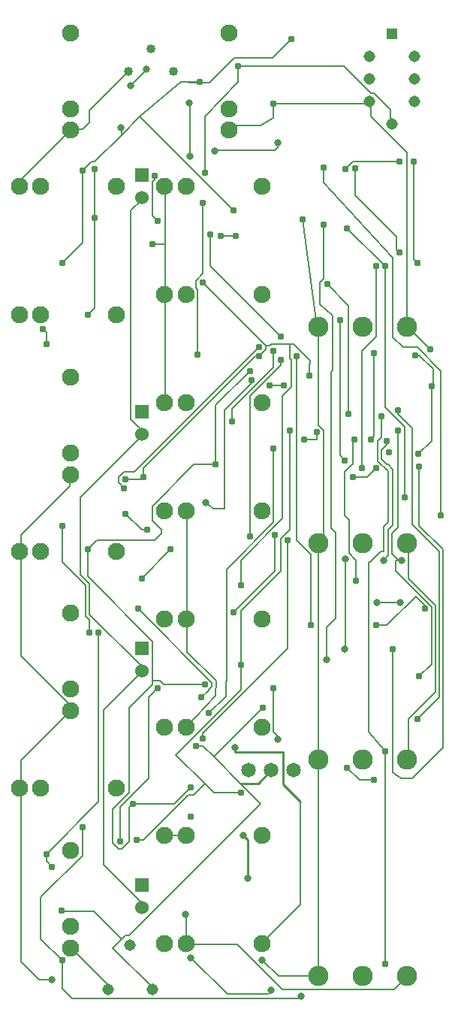
<source format=gbr>
G04 #@! TF.GenerationSoftware,KiCad,Pcbnew,(6.0.0-rc1-dev-1542-gf9f87b3ff-dirty)*
G04 #@! TF.CreationDate,2019-02-04T09:57:11-08:00
G04 #@! TF.ProjectId,qcd-23,7163642d-3233-42e6-9b69-6361645f7063,rev?*
G04 #@! TF.SameCoordinates,Original*
G04 #@! TF.FileFunction,Copper,L2,Bot*
G04 #@! TF.FilePolarity,Positive*
%FSLAX46Y46*%
G04 Gerber Fmt 4.6, Leading zero omitted, Abs format (unit mm)*
G04 Created by KiCad (PCBNEW (6.0.0-rc1-dev-1542-gf9f87b3ff-dirty)) date Monday, 04 February 2019 at 09:57:11*
%MOMM*%
%LPD*%
G04 APERTURE LIST*
%ADD10C,1.930400*%
%ADD11C,2.286000*%
%ADD12C,1.524000*%
%ADD13R,1.524000X1.524000*%
%ADD14R,1.308000X1.308000*%
%ADD15C,1.308000*%
%ADD16C,1.016000*%
%ADD17C,1.651000*%
%ADD18C,0.787400*%
%ADD19C,0.812800*%
%ADD20C,0.203200*%
%ADD21C,0.254000*%
G04 APERTURE END LIST*
D10*
X130746500Y-59778900D03*
X130746500Y-62191900D03*
X130746500Y-51219100D03*
X143751300Y-68491100D03*
X141338300Y-68491100D03*
X152311100Y-68491100D03*
X143751300Y-80683100D03*
X141338300Y-80683100D03*
X152311100Y-80683100D03*
X127393700Y-68567300D03*
X124980700Y-68567300D03*
X135953500Y-68567300D03*
D11*
X158664900Y-84366100D03*
X163664900Y-84366100D03*
X168664900Y-84366100D03*
D12*
X138772900Y-69837300D03*
D13*
X138772900Y-67297300D03*
D10*
X127393700Y-83045300D03*
X124980700Y-83045300D03*
X135953500Y-83045300D03*
X143751300Y-92875100D03*
X141338300Y-92875100D03*
X152311100Y-92875100D03*
X143751300Y-105067100D03*
X141338300Y-105067100D03*
X152311100Y-105067100D03*
X130746500Y-98590100D03*
X130746500Y-101003100D03*
X130746500Y-90030300D03*
D11*
X158664900Y-108750100D03*
X163664900Y-108750100D03*
X168664900Y-108750100D03*
D12*
X138772900Y-96507300D03*
D13*
X138772900Y-93967300D03*
D10*
X127393700Y-109715300D03*
X124980700Y-109715300D03*
X135953500Y-109715300D03*
X143751300Y-117259100D03*
X141338300Y-117259100D03*
X152311100Y-117259100D03*
X143751300Y-129451100D03*
X141338300Y-129451100D03*
X152311100Y-129451100D03*
X130746500Y-125209300D03*
X130746500Y-127622300D03*
X130746500Y-116649500D03*
D11*
X158664900Y-133134100D03*
X163664900Y-133134100D03*
X168664900Y-133134100D03*
D12*
X138772900Y-123126500D03*
D13*
X138772900Y-120586500D03*
D10*
X127393700Y-136385300D03*
X124980700Y-136385300D03*
X135953500Y-136385300D03*
X143751300Y-141643100D03*
X141338300Y-141643100D03*
X152311100Y-141643100D03*
X143751300Y-153835100D03*
X141338300Y-153835100D03*
X152311100Y-153835100D03*
X130746500Y-151930100D03*
X130746500Y-154343100D03*
X130746500Y-143370300D03*
D11*
X158664900Y-157518100D03*
X163664900Y-157518100D03*
X168664900Y-157518100D03*
D12*
X138772900Y-149847300D03*
D13*
X138772900Y-147307300D03*
D10*
X148602700Y-59804300D03*
X148602700Y-62217300D03*
X148602700Y-51244500D03*
D14*
X166992300Y-51371500D03*
D15*
X166992300Y-61531500D03*
X164452300Y-58991500D03*
X164452300Y-56451500D03*
X164452300Y-53911500D03*
X169532300Y-58991500D03*
X169532300Y-56451500D03*
X169532300Y-53911500D03*
D16*
X137299700Y-55562500D03*
X142379700Y-55562500D03*
X139839700Y-53022500D03*
D17*
X150837900Y-134327900D03*
X155917900Y-134327900D03*
X153377900Y-134327900D03*
D15*
X139952100Y-159002100D03*
X134952100Y-159002100D03*
X137452100Y-154002100D03*
D18*
X147713700Y-74079100D03*
X149339300Y-74079100D03*
X153606500Y-59194700D03*
X171284900Y-86880700D03*
D19*
X143725900Y-150583900D03*
X144106900Y-59169300D03*
X144183100Y-65163700D03*
X128663700Y-157899100D03*
D18*
X139941300Y-75069700D03*
X136944100Y-105422700D03*
X139357100Y-107251500D03*
X170675300Y-116141500D03*
X166611300Y-98463100D03*
X164985700Y-87287100D03*
X164579300Y-97040700D03*
X165188900Y-117970300D03*
X157873700Y-117970300D03*
X156248100Y-87693500D03*
X161734500Y-66560700D03*
X167830500Y-65747900D03*
X169456100Y-65747900D03*
X169862500Y-77127100D03*
X159296100Y-72859900D03*
D19*
X159600900Y-121881900D03*
D18*
X144284700Y-139560300D03*
X148932900Y-95008700D03*
X153606500Y-87083900D03*
X128003300Y-86271100D03*
X127596900Y-84645500D03*
X132067300Y-66763900D03*
X129832100Y-77127100D03*
X145300700Y-56781700D03*
X155638500Y-51930300D03*
X149136100Y-71234300D03*
X132880100Y-118783100D03*
X129832100Y-106794300D03*
D19*
X150253700Y-141693900D03*
X150761700Y-146494500D03*
X136385300Y-61963300D03*
D18*
X149948900Y-136867900D03*
X145681700Y-70421500D03*
X145072100Y-87490300D03*
X138163300Y-142151100D03*
X149948900Y-122440700D03*
X155435300Y-96024700D03*
X140195300Y-67373500D03*
X140601700Y-72453500D03*
X146494500Y-73977500D03*
X154419300Y-85458300D03*
X154419300Y-88099900D03*
X150964900Y-108013500D03*
X149644100Y-54978300D03*
X145884900Y-66967100D03*
X137756900Y-138087100D03*
X144259300Y-136258300D03*
X132676900Y-109435900D03*
X147104100Y-99885500D03*
X150964900Y-89319100D03*
X133489700Y-66560700D03*
X132676900Y-83019900D03*
X133489700Y-72047100D03*
X129832100Y-155765500D03*
X132067300Y-140728700D03*
X145884900Y-124675900D03*
D19*
X156781500Y-159778700D03*
D18*
X162064700Y-94145100D03*
X159702500Y-79565500D03*
X171462700Y-91071700D03*
X169608500Y-87566500D03*
X169964100Y-98691700D03*
X144868900Y-131584700D03*
X129730500Y-150152100D03*
X136944100Y-101511100D03*
X138976100Y-101307900D03*
X151980900Y-87693500D03*
X145681700Y-79362300D03*
X162547300Y-101307900D03*
X165188900Y-100291900D03*
X157695900Y-89903300D03*
X152387300Y-127317500D03*
X149948900Y-113499900D03*
X166408100Y-97243900D03*
D19*
X166027100Y-110655100D03*
D18*
X154825700Y-90944700D03*
X153200100Y-90944700D03*
X170065700Y-123761500D03*
X167627300Y-96024700D03*
D19*
X168084500Y-110655100D03*
D18*
X162953700Y-113017300D03*
X162750500Y-97040700D03*
X151168100Y-90335100D03*
D19*
X145986500Y-104178100D03*
D18*
X153606500Y-125082300D03*
D19*
X154114500Y-130822700D03*
X167957500Y-115404900D03*
X165265100Y-115430300D03*
D18*
X170065700Y-100088700D03*
X167093900Y-120688100D03*
D19*
X149288500Y-131813300D03*
D18*
X151980900Y-86677500D03*
X136740900Y-102527100D03*
X161937700Y-134023100D03*
X164985700Y-135445500D03*
X167627300Y-93789500D03*
X169862500Y-128536700D03*
X153809700Y-107810300D03*
X149136100Y-116547900D03*
X138772900Y-112687100D03*
X142024100Y-109435900D03*
X166230300Y-132168900D03*
X166204900Y-156197300D03*
X165798500Y-94399100D03*
X128003300Y-143776700D03*
X128612900Y-145199100D03*
X158483300Y-96227900D03*
X133896100Y-118783100D03*
X157060900Y-97040700D03*
X153606500Y-98056700D03*
X138366500Y-116141500D03*
X146316700Y-127850900D03*
X145503900Y-126098300D03*
X145681700Y-130771900D03*
X155232100Y-108419900D03*
X161124900Y-83629500D03*
X161683700Y-99428300D03*
X136334500Y-142354300D03*
X140601700Y-125082300D03*
D19*
X161734500Y-110553500D03*
X161632900Y-120688100D03*
D18*
X168440100Y-103543100D03*
X166204900Y-77533500D03*
X161937700Y-73266300D03*
X163563300Y-100291900D03*
X165188900Y-77533500D03*
X162852100Y-66484500D03*
X167805100Y-75958700D03*
X172504100Y-105575100D03*
X159270700Y-66408300D03*
D19*
X137553700Y-57188100D03*
X139306300Y-55283100D03*
X147027900Y-64579500D03*
X154139900Y-63588900D03*
D18*
X156908500Y-72250300D03*
D19*
X152361900Y-155714700D03*
X144335500Y-155486100D03*
X153377900Y-159118300D03*
D20*
X149339300Y-74079100D02*
X147713700Y-74079100D01*
X134912100Y-158407100D02*
X134912100Y-158813500D01*
X130848100Y-154343100D02*
X134912100Y-158407100D01*
X134912100Y-158813500D02*
X134952100Y-159002100D01*
X130848100Y-154343100D02*
X130746500Y-154343100D01*
X135115300Y-159016700D02*
X134952100Y-159002100D01*
X168846500Y-112687100D02*
X168846500Y-108826300D01*
X171894500Y-115735100D02*
X168846500Y-112687100D01*
X171894500Y-125488700D02*
X171894500Y-115735100D01*
X168846500Y-128536700D02*
X171894500Y-125488700D01*
X168846500Y-133007100D02*
X168846500Y-128536700D01*
X168846500Y-108826300D02*
X168664900Y-108750100D01*
X168846500Y-133007100D02*
X168664900Y-133134100D01*
X168643300Y-64731900D02*
X168643300Y-84239100D01*
X164579300Y-60667900D02*
X168643300Y-64731900D01*
X164579300Y-59042300D02*
X164579300Y-59245500D01*
X168643300Y-84239100D02*
X168664900Y-84366100D01*
X164579300Y-59042300D02*
X164452300Y-58991500D01*
X164579300Y-59245500D02*
X153606500Y-59194700D01*
X164579300Y-59245500D02*
X164452300Y-58991500D01*
X168846500Y-84442300D02*
X171284900Y-86880700D01*
X168846500Y-84442300D02*
X168664900Y-84366100D01*
X125158500Y-133210300D02*
X125158500Y-136258300D01*
X130746500Y-127622300D02*
X125158500Y-133210300D01*
X125158500Y-136258300D02*
X124980700Y-136385300D01*
X125158500Y-107810300D02*
X125158500Y-109639100D01*
X130644900Y-102323900D02*
X125158500Y-107810300D01*
X130644900Y-101104700D02*
X130644900Y-102323900D01*
X125158500Y-109639100D02*
X124980700Y-109715300D01*
X130644900Y-101104700D02*
X130746500Y-101003100D01*
X130644900Y-126911100D02*
X130644900Y-127520700D01*
X125158500Y-121424700D02*
X130644900Y-126911100D01*
X125158500Y-109842300D02*
X125158500Y-121424700D01*
X130644900Y-127520700D02*
X130746500Y-127622300D01*
X125158500Y-109842300D02*
X124980700Y-109715300D01*
X125158500Y-67779900D02*
X125158500Y-68389500D01*
X130746500Y-62191900D02*
X125158500Y-67779900D01*
X125158500Y-68389500D02*
X124980700Y-68567300D01*
X141414500Y-80784700D02*
X141414500Y-92773500D01*
X141414500Y-92773500D02*
X141338300Y-92875100D01*
X141414500Y-80784700D02*
X141338300Y-80683100D01*
X141414500Y-80581500D02*
X141414500Y-75069700D01*
X141414500Y-75069700D02*
X141414500Y-68592700D01*
X141414500Y-68592700D02*
X141338300Y-68491100D01*
X141414500Y-80581500D02*
X141338300Y-80683100D01*
X130848100Y-62090300D02*
X132143500Y-62090300D01*
X130848100Y-62090300D02*
X130746500Y-62191900D01*
X125158500Y-136461500D02*
X125158500Y-155867100D01*
X130644900Y-154343100D02*
X130746500Y-154343100D01*
X125158500Y-136461500D02*
X124980700Y-136385300D01*
X141338300Y-141643100D02*
X143751300Y-141643100D01*
X143725900Y-150583900D02*
X143751300Y-150609300D01*
X143751300Y-150609300D02*
X143751300Y-153835100D01*
X143852900Y-105168700D02*
X143852900Y-117157500D01*
X143852900Y-117157500D02*
X143751300Y-117259100D01*
X143852900Y-105168700D02*
X143751300Y-105067100D01*
X143852900Y-121018300D02*
X143852900Y-117360700D01*
X147154900Y-124269500D02*
X143852900Y-121018300D01*
X147129500Y-125895100D02*
X147154900Y-124269500D01*
X143751300Y-129451100D02*
X147129500Y-125895100D01*
X143852900Y-117360700D02*
X143751300Y-117259100D01*
X149542500Y-153936700D02*
X143852900Y-153936700D01*
X154622500Y-159016700D02*
X149542500Y-153936700D01*
X167220900Y-159016700D02*
X154622500Y-159016700D01*
X168643300Y-157594300D02*
X167220900Y-159016700D01*
X143852900Y-153936700D02*
X143751300Y-153835100D01*
X168643300Y-157594300D02*
X168664900Y-157518100D01*
X137299700Y-55562500D02*
X132905500Y-59956700D01*
X132905500Y-59956700D02*
X132905500Y-61328300D01*
X132905500Y-61328300D02*
X132143500Y-62090300D01*
X164579300Y-59245500D02*
X164579300Y-60667900D01*
X144106900Y-59169300D02*
X144183100Y-59245500D01*
X144183100Y-59245500D02*
X144183100Y-65163700D01*
X148602700Y-62217300D02*
X149136100Y-61683900D01*
X149136100Y-61683900D02*
X152209500Y-61683900D01*
X152209500Y-61683900D02*
X153581100Y-60845700D01*
X153581100Y-60845700D02*
X153606500Y-59194700D01*
X125158500Y-155867100D02*
X127190500Y-157899100D01*
X127190500Y-157899100D02*
X128663700Y-157899100D01*
X139941300Y-75069700D02*
X141414500Y-75069700D01*
X136944100Y-105422700D02*
X138772900Y-107251500D01*
X138772900Y-107251500D02*
X139357100Y-107251500D01*
X170675300Y-115735100D02*
X170675300Y-116141500D01*
X169659300Y-114719100D02*
X170675300Y-115735100D01*
X164985700Y-96634300D02*
X164985700Y-87287100D01*
X164579300Y-97040700D02*
X164985700Y-96634300D01*
X166408100Y-117970300D02*
X169659300Y-114719100D01*
X165188900Y-117970300D02*
X166408100Y-117970300D01*
X157873700Y-110045500D02*
X157873700Y-117970300D01*
X156248100Y-108419900D02*
X157873700Y-110045500D01*
X156248100Y-87693500D02*
X156248100Y-108419900D01*
X162547300Y-65747900D02*
X161734500Y-66560700D01*
X167830500Y-65747900D02*
X162547300Y-65747900D01*
X169456100Y-76720700D02*
X169456100Y-65747900D01*
X169862500Y-77127100D02*
X169456100Y-76720700D01*
X159296100Y-78955900D02*
X159296100Y-72859900D01*
X158889700Y-79362300D02*
X159296100Y-78955900D01*
X158889700Y-81800700D02*
X158889700Y-79362300D01*
X160261300Y-83096100D02*
X158889700Y-81800700D01*
X160261300Y-83096100D02*
X160312100Y-83146900D01*
X160312100Y-83146900D02*
X160312100Y-89293700D01*
X160312100Y-89293700D02*
X160134300Y-89471500D01*
X160134300Y-89471500D02*
X160134300Y-107073700D01*
X160134300Y-107073700D02*
X160642300Y-107581700D01*
X160642300Y-107581700D02*
X160642300Y-117233700D01*
X160642300Y-117233700D02*
X159600900Y-118249700D01*
X159600900Y-118249700D02*
X159600900Y-121881900D01*
X148932900Y-93586300D02*
X148932900Y-95008700D01*
X153606500Y-88912700D02*
X148932900Y-93586300D01*
X153606500Y-87083900D02*
X153606500Y-88912700D01*
X128003300Y-85051900D02*
X128003300Y-86271100D01*
X127596900Y-84645500D02*
X128003300Y-85051900D01*
X132067300Y-74891900D02*
X132067300Y-66763900D01*
X129832100Y-77127100D02*
X132067300Y-74891900D01*
X143167100Y-56756300D02*
X145300700Y-56781700D01*
X133489700Y-65747900D02*
X136563100Y-62674500D01*
X136563100Y-62674500D02*
X138569700Y-60667900D01*
X138569700Y-60667900D02*
X143167100Y-56756300D01*
X133083300Y-65747900D02*
X133489700Y-65747900D01*
X132067300Y-66763900D02*
X133083300Y-65747900D01*
X138569700Y-60667900D02*
X149136100Y-71234300D01*
X132880100Y-117360700D02*
X132880100Y-118783100D01*
X132473700Y-116954300D02*
X132880100Y-117360700D01*
X132473700Y-113499900D02*
X132473700Y-116954300D01*
X129832100Y-110858300D02*
X132473700Y-113499900D01*
X129832100Y-106794300D02*
X129832100Y-110858300D01*
D21*
X150253700Y-141693900D02*
X150761700Y-142201900D01*
X150761700Y-142201900D02*
X150761700Y-146494500D01*
D20*
X155638500Y-51930300D02*
X153504900Y-54063900D01*
X153504900Y-54063900D02*
X149186900Y-54063900D01*
X149186900Y-54063900D02*
X146443700Y-56807100D01*
X146443700Y-56807100D02*
X144157700Y-56807100D01*
X144157700Y-56807100D02*
X145046700Y-56832500D01*
X145046700Y-56832500D02*
X145300700Y-56781700D01*
X136385300Y-61963300D02*
X136537700Y-62674500D01*
X136537700Y-62674500D02*
X136563100Y-62674500D01*
X146900900Y-136867900D02*
X149948900Y-136867900D01*
X142633700Y-132600700D02*
X145884900Y-135851900D01*
X145884900Y-135851900D02*
X146900900Y-136867900D01*
X145681700Y-78346300D02*
X145681700Y-70421500D01*
X144868900Y-79159100D02*
X145681700Y-78346300D01*
X144868900Y-79971900D02*
X144868900Y-79159100D01*
X145072100Y-80175100D02*
X144868900Y-79971900D01*
X145072100Y-87490300D02*
X145072100Y-80175100D01*
X138976100Y-142151100D02*
X138163300Y-142151100D01*
X144056100Y-137071100D02*
X138976100Y-142151100D01*
X144665700Y-137071100D02*
X144056100Y-137071100D01*
X145884900Y-135851900D02*
X144665700Y-137071100D01*
X149948900Y-125285500D02*
X149948900Y-122440700D01*
X142633700Y-132600700D02*
X149948900Y-125285500D01*
X149948900Y-116344700D02*
X149948900Y-122440700D01*
X154419300Y-111874300D02*
X149948900Y-116344700D01*
X154419300Y-108216700D02*
X154419300Y-111874300D01*
X155435300Y-107200700D02*
X154419300Y-108216700D01*
X155435300Y-96024700D02*
X155435300Y-107200700D01*
X140195300Y-67779900D02*
X140195300Y-67373500D01*
X139992100Y-67983100D02*
X140195300Y-67779900D01*
X139992100Y-71843900D02*
X139992100Y-67983100D01*
X140601700Y-72453500D02*
X139992100Y-71843900D01*
X146494500Y-77533500D02*
X146494500Y-73977500D01*
X154419300Y-85458300D02*
X146494500Y-77533500D01*
X154419300Y-88709500D02*
X154419300Y-88099900D01*
X150964900Y-92163900D02*
X154419300Y-88709500D01*
X150964900Y-108013500D02*
X150964900Y-92163900D01*
X138772900Y-149263100D02*
X138772900Y-149847300D01*
X134505700Y-144995900D02*
X138772900Y-149263100D01*
X134505700Y-127520700D02*
X134505700Y-144995900D01*
X138772900Y-123253500D02*
X134505700Y-127520700D01*
X138772900Y-123253500D02*
X138772900Y-123126500D01*
X161531300Y-54978300D02*
X149644100Y-54978300D01*
X164579300Y-58026300D02*
X161531300Y-54978300D01*
X164985700Y-58026300D02*
X164579300Y-58026300D01*
X166814500Y-59855100D02*
X164985700Y-58026300D01*
X166814500Y-61480700D02*
X166814500Y-59855100D01*
X166814500Y-61480700D02*
X166992300Y-61531500D01*
X138772900Y-96024700D02*
X138772900Y-96507300D01*
X137553700Y-94805500D02*
X138772900Y-96024700D01*
X137553700Y-71234300D02*
X137553700Y-94805500D01*
X138772900Y-70015100D02*
X137553700Y-71234300D01*
X138772900Y-70015100D02*
X138772900Y-69837300D01*
X149644100Y-56781700D02*
X149644100Y-54978300D01*
X145884900Y-60667900D02*
X149644100Y-56781700D01*
X145884900Y-66967100D02*
X145884900Y-60667900D01*
X138772900Y-122643900D02*
X138772900Y-123126500D01*
X132880100Y-116751100D02*
X138772900Y-122643900D01*
X132880100Y-113296700D02*
X132880100Y-116751100D01*
X131864100Y-112280700D02*
X132880100Y-113296700D01*
X131864100Y-103543100D02*
X131864100Y-112280700D01*
X138772900Y-96634300D02*
X131864100Y-103543100D01*
X138772900Y-96634300D02*
X138772900Y-96507300D01*
X142430500Y-138087100D02*
X137756900Y-138087100D01*
X144259300Y-136258300D02*
X142430500Y-138087100D01*
X132676900Y-112483900D02*
X132676900Y-109435900D01*
X139992100Y-119799100D02*
X132676900Y-112483900D01*
X139992100Y-124675900D02*
X139992100Y-124269500D01*
X139992100Y-124269500D02*
X139992100Y-119799100D01*
X137350500Y-127317500D02*
X139992100Y-124675900D01*
X137350500Y-136867900D02*
X137350500Y-127317500D01*
X135521700Y-138696700D02*
X137350500Y-136867900D01*
X135521700Y-142557500D02*
X135521700Y-138696700D01*
X136131300Y-143167100D02*
X135521700Y-142557500D01*
X136537700Y-143167100D02*
X136131300Y-143167100D01*
X137350500Y-142354300D02*
X136537700Y-143167100D01*
X137350500Y-138493500D02*
X137350500Y-142354300D01*
X137756900Y-138087100D02*
X137350500Y-138493500D01*
X144665700Y-99885500D02*
X147104100Y-99885500D01*
X139992100Y-104559100D02*
X144665700Y-99885500D01*
X139992100Y-106184700D02*
X139992100Y-104559100D01*
X141008100Y-107200700D02*
X139992100Y-106184700D01*
X141008100Y-107607100D02*
X141008100Y-107200700D01*
X140195300Y-108419900D02*
X141008100Y-107607100D01*
X133692900Y-108419900D02*
X140195300Y-108419900D01*
X132676900Y-109435900D02*
X133692900Y-108419900D01*
X147104100Y-93179900D02*
X150964900Y-89319100D01*
X147104100Y-99885500D02*
X147104100Y-93179900D01*
X133489700Y-82207100D02*
X133489700Y-72047100D01*
X133489700Y-72047100D02*
X133489700Y-66560700D01*
X132676900Y-83019900D02*
X133489700Y-82207100D01*
X127393700Y-153327100D02*
X129832100Y-155765500D01*
X127393700Y-148653500D02*
X127393700Y-153327100D01*
X132067300Y-143979900D02*
X127393700Y-148653500D01*
X132067300Y-140728700D02*
X132067300Y-143979900D01*
X141211300Y-124675900D02*
X145884900Y-124675900D01*
X140804900Y-124269500D02*
X141211300Y-124675900D01*
X139992100Y-124269500D02*
X140804900Y-124269500D01*
X156781500Y-159778700D02*
X156502100Y-160058100D01*
X156502100Y-160058100D02*
X130898900Y-160058100D01*
X130898900Y-160058100D02*
X129832100Y-158991300D01*
X129832100Y-158991300D02*
X129832100Y-155765500D01*
X162039300Y-81953100D02*
X162064700Y-94145100D01*
X159702500Y-79565500D02*
X162039300Y-81953100D01*
X171462700Y-91071700D02*
X171640500Y-90893900D01*
X171640500Y-90893900D02*
X171640500Y-89141300D01*
X171640500Y-89141300D02*
X170065700Y-87566500D01*
X170065700Y-87566500D02*
X169608500Y-87566500D01*
X169964100Y-98691700D02*
X171462700Y-97193100D01*
X171462700Y-97193100D02*
X171462700Y-91071700D01*
X145681700Y-131584700D02*
X144868900Y-131584700D01*
X152184100Y-138087100D02*
X149923500Y-135826500D01*
X149923500Y-135826500D02*
X146900900Y-132803900D01*
X146900900Y-132803900D02*
X145681700Y-131584700D01*
X139992100Y-158813500D02*
X135521700Y-154343100D01*
X139992100Y-158813500D02*
X139952100Y-159002100D01*
X137350500Y-152920700D02*
X152184100Y-138087100D01*
X136944100Y-152920700D02*
X137350500Y-152920700D01*
X135521700Y-154343100D02*
X136613900Y-153250900D01*
X136613900Y-153250900D02*
X136944100Y-152920700D01*
X138772900Y-101511100D02*
X136944100Y-101511100D01*
X138976100Y-101307900D02*
X138772900Y-101511100D01*
X151574500Y-87693500D02*
X151980900Y-87693500D01*
X138976100Y-100291900D02*
X151574500Y-87693500D01*
X138976100Y-101307900D02*
X138976100Y-100291900D01*
X152793700Y-86474300D02*
X145681700Y-79362300D01*
X152793700Y-86880700D02*
X152793700Y-86474300D01*
X151980900Y-87693500D02*
X152793700Y-86880700D01*
X164172900Y-101307900D02*
X162547300Y-101307900D01*
X165188900Y-100291900D02*
X164172900Y-101307900D01*
X153200100Y-86474300D02*
X152793700Y-86474300D01*
X153403300Y-86271100D02*
X153200100Y-86474300D01*
X155841700Y-86271100D02*
X155435300Y-86271100D01*
X155435300Y-86271100D02*
X153403300Y-86271100D01*
X152387300Y-127317500D02*
X146900900Y-132803900D01*
X129730500Y-150152100D02*
X129781300Y-150202900D01*
X129781300Y-150202900D02*
X133388100Y-150202900D01*
X133388100Y-150202900D02*
X136436100Y-153250900D01*
X136436100Y-153250900D02*
X136613900Y-153250900D01*
X149948900Y-110655100D02*
X149948900Y-113499900D01*
X154622500Y-105981500D02*
X149948900Y-110655100D01*
X154622500Y-92163900D02*
X154622500Y-105981500D01*
X155638500Y-91147900D02*
X154622500Y-92163900D01*
X155638500Y-88099900D02*
X155638500Y-91147900D01*
X155435300Y-87896700D02*
X155638500Y-88099900D01*
X155435300Y-86271100D02*
X155435300Y-87896700D01*
D21*
X153377900Y-134327900D02*
X151879300Y-135826500D01*
X151879300Y-135826500D02*
X149923500Y-135826500D01*
D20*
X157746700Y-88201500D02*
X157746700Y-88531700D01*
X155892500Y-86347300D02*
X157746700Y-88201500D01*
X155892500Y-86347300D02*
X155841700Y-86271100D01*
X157695900Y-88607900D02*
X157695900Y-89903300D01*
X157695900Y-88607900D02*
X157746700Y-88531700D01*
X166408100Y-97650300D02*
X166408100Y-97243900D01*
X165798500Y-98259900D02*
X166408100Y-97650300D01*
X165798500Y-99275900D02*
X165798500Y-98259900D01*
X166408100Y-99885500D02*
X165798500Y-99275900D01*
X166027100Y-110655100D02*
X166585900Y-110096300D01*
X166585900Y-110096300D02*
X166585900Y-107226100D01*
X166585900Y-107226100D02*
X167093900Y-106718100D01*
X167093900Y-106718100D02*
X167093900Y-100444300D01*
X167093900Y-100444300D02*
X166535100Y-99885500D01*
X166535100Y-99885500D02*
X166408100Y-99885500D01*
X153200100Y-90944700D02*
X154825700Y-90944700D01*
X167627300Y-106997500D02*
X167627300Y-96024700D01*
X171488100Y-115938300D02*
X167424100Y-111874300D01*
X168084500Y-110655100D02*
X167449500Y-110655100D01*
X167449500Y-110655100D02*
X167424100Y-110680500D01*
X170065700Y-123761500D02*
X171488100Y-122339100D01*
X171488100Y-122339100D02*
X171488100Y-115938300D01*
X167627300Y-106997500D02*
X167017700Y-107607100D01*
X167017700Y-107607100D02*
X167017700Y-109131100D01*
X167017700Y-109131100D02*
X167030400Y-109143800D01*
X167030400Y-109143800D02*
X167030400Y-109905800D01*
X167030400Y-109905800D02*
X167779700Y-110655100D01*
X167779700Y-110655100D02*
X168084500Y-110655100D01*
X167424100Y-110680500D02*
X167424100Y-111874300D01*
X162953700Y-110655100D02*
X162953700Y-113017300D01*
X162750500Y-97040700D02*
X162623500Y-97167700D01*
X162623500Y-97167700D02*
X162623500Y-99860100D01*
X162953700Y-110655100D02*
X162140900Y-109842300D01*
X162140900Y-109842300D02*
X162140900Y-106083100D01*
X162140900Y-106083100D02*
X161658300Y-105600500D01*
X161658300Y-105600500D02*
X161658300Y-100698300D01*
X161658300Y-100698300D02*
X162496500Y-99860100D01*
X162496500Y-99860100D02*
X162623500Y-99860100D01*
X151168100Y-90741500D02*
X151168100Y-90335100D01*
X148120100Y-93789500D02*
X151168100Y-90741500D01*
X148120100Y-104863900D02*
X148120100Y-93789500D01*
X145986500Y-104178100D02*
X146850100Y-104863900D01*
X146850100Y-104863900D02*
X148120100Y-104863900D01*
X153606500Y-129959100D02*
X153606500Y-125082300D01*
X153606500Y-129959100D02*
X154114500Y-130467100D01*
X154114500Y-130467100D02*
X154114500Y-130822700D01*
X167957500Y-115404900D02*
X165290500Y-115404900D01*
X165290500Y-115404900D02*
X165265100Y-115430300D01*
X170065700Y-106794300D02*
X170065700Y-100088700D01*
X172707300Y-109435900D02*
X170065700Y-106794300D01*
X172707300Y-131787900D02*
X172707300Y-109435900D01*
X169252900Y-135242300D02*
X172707300Y-131787900D01*
X168033700Y-135242300D02*
X169252900Y-135242300D01*
X167093900Y-134607300D02*
X168033700Y-135242300D01*
X167093900Y-120688100D02*
X167093900Y-134607300D01*
X156654500Y-149466300D02*
X156654500Y-137883900D01*
X152387300Y-153733500D02*
X156654500Y-149466300D01*
X152387300Y-153733500D02*
X152311100Y-153835100D01*
D21*
X156654500Y-137883900D02*
X154724100Y-135953500D01*
X154724100Y-135953500D02*
X154724100Y-132372100D01*
X154724100Y-132372100D02*
X154673300Y-132321300D01*
X154673300Y-132321300D02*
X149364700Y-132321300D01*
X149364700Y-132321300D02*
X149288500Y-132245100D01*
X149288500Y-132245100D02*
X149288500Y-131813300D01*
D20*
X137960100Y-100698300D02*
X151980900Y-86677500D01*
X136740900Y-100698300D02*
X137960100Y-100698300D01*
X136131300Y-101307900D02*
X136740900Y-100698300D01*
X136131300Y-101917500D02*
X136131300Y-101307900D01*
X136740900Y-102527100D02*
X136131300Y-101917500D01*
X163360100Y-135445500D02*
X161937700Y-134023100D01*
X164985700Y-135445500D02*
X163360100Y-135445500D01*
X167627300Y-94195900D02*
X167627300Y-93789500D01*
X169252900Y-95821500D02*
X167627300Y-94195900D01*
X169252900Y-106591100D02*
X169252900Y-95821500D01*
X172300900Y-109639100D02*
X169252900Y-106591100D01*
X172300900Y-126098300D02*
X172300900Y-109639100D01*
X169862500Y-128536700D02*
X172300900Y-126098300D01*
X153809700Y-111874300D02*
X153809700Y-107810300D01*
X149136100Y-116547900D02*
X153809700Y-111874300D01*
X142024100Y-109435900D02*
X138772900Y-112687100D01*
X166204900Y-156197300D02*
X166230300Y-132168900D01*
X165798500Y-96837500D02*
X165798500Y-94399100D01*
X165392100Y-97243900D02*
X165798500Y-96837500D01*
X165392100Y-99479100D02*
X165392100Y-97243900D01*
X166560500Y-100647500D02*
X165392100Y-99479100D01*
X164376100Y-129959100D02*
X164376100Y-110858300D01*
X166230300Y-132168900D02*
X164376100Y-129959100D01*
X166560500Y-100647500D02*
X166560500Y-106387900D01*
X166560500Y-106387900D02*
X166077900Y-106870500D01*
X166077900Y-106870500D02*
X166077900Y-109664500D01*
X166077900Y-109664500D02*
X166052500Y-109689900D01*
X166052500Y-109689900D02*
X165696900Y-109689900D01*
X165696900Y-109689900D02*
X164528500Y-110858300D01*
X164528500Y-110858300D02*
X164376100Y-110858300D01*
X128003300Y-144589500D02*
X128003300Y-143776700D01*
X128612900Y-145199100D02*
X128003300Y-144589500D01*
X158483300Y-97040700D02*
X158483300Y-96227900D01*
X133896100Y-137883900D02*
X133896100Y-118783100D01*
X128003300Y-143776700D02*
X133896100Y-137883900D01*
X157060900Y-97040700D02*
X158483300Y-97040700D01*
X153606500Y-106387900D02*
X153606500Y-98056700D01*
X148323300Y-111671100D02*
X153606500Y-106387900D01*
X148323300Y-124269500D02*
X148323300Y-111671100D01*
X146697700Y-124879100D02*
X146291300Y-125285500D01*
X146697700Y-124472700D02*
X146697700Y-124879100D01*
X138366500Y-116141500D02*
X146697700Y-124472700D01*
X148323300Y-124269500D02*
X148247100Y-124345700D01*
X148247100Y-124345700D02*
X148247100Y-125996700D01*
X148247100Y-125996700D02*
X146367500Y-127876300D01*
X146367500Y-127876300D02*
X146316700Y-127850900D01*
X145503900Y-126098300D02*
X146291300Y-125310900D01*
X146291300Y-125310900D02*
X146291300Y-125285500D01*
X145681700Y-130162300D02*
X145681700Y-130771900D01*
X155232100Y-120611900D02*
X145681700Y-130162300D01*
X155232100Y-108419900D02*
X155232100Y-120611900D01*
X161124900Y-98869500D02*
X161124900Y-83629500D01*
X161683700Y-99428300D02*
X161124900Y-98869500D01*
X136334500Y-138493500D02*
X136334500Y-142354300D01*
X139585700Y-135242300D02*
X136334500Y-138493500D01*
X139585700Y-126098300D02*
X139585700Y-135242300D01*
X140601700Y-125082300D02*
X139585700Y-126098300D01*
X161734500Y-110553500D02*
X161734500Y-120459500D01*
X161734500Y-120459500D02*
X161632900Y-120688100D01*
X161734500Y-110553500D02*
X161671000Y-110490000D01*
X168440100Y-95618300D02*
X168440100Y-103543100D01*
X166204900Y-93383100D02*
X168440100Y-95618300D01*
X166204900Y-77533500D02*
X166204900Y-93383100D01*
X166204900Y-77533500D02*
X161937700Y-73266300D01*
X163563300Y-87083900D02*
X163563300Y-100291900D01*
X165188900Y-85458300D02*
X163563300Y-87083900D01*
X165188900Y-77533500D02*
X165188900Y-85458300D01*
X162852100Y-66484500D02*
X162852100Y-69557900D01*
X162852100Y-69557900D02*
X167500300Y-74206100D01*
X167500300Y-74206100D02*
X167500300Y-75653900D01*
X167500300Y-75653900D02*
X167805100Y-75958700D01*
X167068500Y-85585300D02*
X167093900Y-77736700D01*
X168236900Y-86677500D02*
X167068500Y-85585300D01*
X169862500Y-86677500D02*
X168236900Y-86677500D01*
X172504100Y-89319100D02*
X169862500Y-86677500D01*
X172504100Y-105575100D02*
X172504100Y-89319100D01*
X159270700Y-66408300D02*
X159270700Y-68110100D01*
X159270700Y-68110100D02*
X167093900Y-76568300D01*
X167093900Y-76568300D02*
X167093900Y-77736700D01*
X137553700Y-57188100D02*
X139306300Y-55435500D01*
X139306300Y-55435500D02*
X139306300Y-55283100D01*
X147027900Y-64579500D02*
X147129500Y-64477900D01*
X147129500Y-64477900D02*
X153809700Y-64477900D01*
X153809700Y-64477900D02*
X154139900Y-64147700D01*
X154139900Y-64147700D02*
X154139900Y-63588900D01*
X158483300Y-84239100D02*
X156908500Y-72250300D01*
X158483300Y-84239100D02*
X158664900Y-84366100D01*
X158686500Y-108826300D02*
X158686500Y-133007100D01*
X158686500Y-133007100D02*
X158664900Y-133134100D01*
X158686500Y-108826300D02*
X158664900Y-108750100D01*
X158686500Y-133210300D02*
X158686500Y-157391100D01*
X158686500Y-157391100D02*
X158664900Y-157518100D01*
X158686500Y-133210300D02*
X158664900Y-133134100D01*
X158686500Y-95415100D02*
X158686500Y-84442300D01*
X159296100Y-96024700D02*
X158686500Y-95415100D01*
X159296100Y-108013500D02*
X159296100Y-96024700D01*
X158686500Y-108623100D02*
X159296100Y-108013500D01*
X158686500Y-84442300D02*
X158664900Y-84366100D01*
X158686500Y-108623100D02*
X158664900Y-108750100D01*
X152361900Y-155714700D02*
X154165300Y-157518100D01*
X154165300Y-157518100D02*
X158664900Y-157518100D01*
X144335500Y-155486100D02*
X148424900Y-159575500D01*
X148424900Y-159575500D02*
X152996900Y-159575500D01*
X152996900Y-159575500D02*
X153149300Y-159423100D01*
X153149300Y-159423100D02*
X153377900Y-159118300D01*
M02*

</source>
